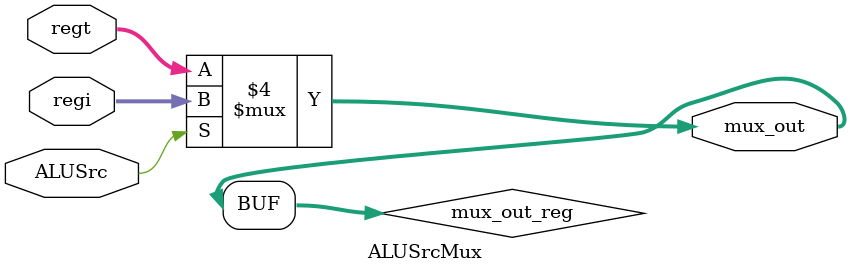
<source format=v>
`timescale 1ns / 1ps
module ALUSrcMux(
    input [31:0] regt,     
    input [31:0] regi,     
    input ALUSrc,       
    output wire [31:0] mux_out 
);
reg [31:0] mux_out_reg;
always @* begin
    if (ALUSrc == 0) begin
        mux_out_reg = regt;  
    end else begin
        mux_out_reg = regi;  
    end
end
assign mux_out = mux_out_reg;

endmodule

</source>
